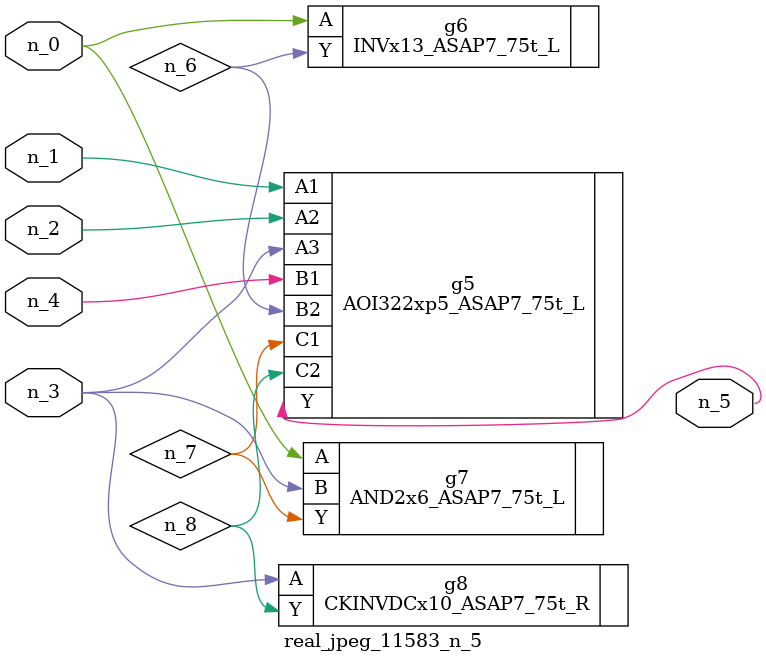
<source format=v>
module real_jpeg_11583_n_5 (n_4, n_0, n_1, n_2, n_3, n_5);

input n_4;
input n_0;
input n_1;
input n_2;
input n_3;

output n_5;

wire n_8;
wire n_6;
wire n_7;

INVx13_ASAP7_75t_L g6 ( 
.A(n_0),
.Y(n_6)
);

AND2x6_ASAP7_75t_L g7 ( 
.A(n_0),
.B(n_3),
.Y(n_7)
);

AOI322xp5_ASAP7_75t_L g5 ( 
.A1(n_1),
.A2(n_2),
.A3(n_3),
.B1(n_4),
.B2(n_6),
.C1(n_7),
.C2(n_8),
.Y(n_5)
);

CKINVDCx10_ASAP7_75t_R g8 ( 
.A(n_3),
.Y(n_8)
);


endmodule
</source>
